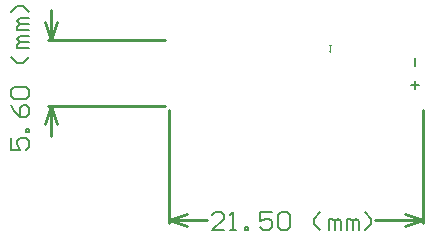
<source format=gbo>
%FSLAX42Y42*%
%MOMM*%
G71*
G01*
G75*
G04 Layer_Color=32896*
%ADD10C,0.11*%
%ADD11C,0.17*%
%ADD12C,0.14*%
%ADD13C,0.20*%
%ADD14R,1.00X0.82*%
%ADD15R,0.60X0.40*%
%ADD16R,1.70X1.00*%
%ADD17R,0.25X0.50*%
%ADD18R,0.50X0.25*%
%ADD19R,1.50X1.50*%
%ADD20R,0.40X0.40*%
%ADD21R,1.80X4.00*%
%ADD22R,0.70X0.28*%
%ADD23R,0.70X0.40*%
%ADD24C,0.25*%
%ADD25C,0.15*%
%ADD26C,0.35*%
%ADD27R,1.00X1.00*%
%ADD28C,0.25*%
%ADD29C,0.10*%
%ADD30C,0.15*%
%ADD31R,1.04X0.86*%
%ADD32R,0.64X0.44*%
%ADD33R,1.74X1.04*%
%ADD34R,0.29X0.54*%
%ADD35R,0.54X0.29*%
%ADD36R,1.54X1.54*%
%ADD37R,0.44X0.44*%
%ADD38R,1.84X4.04*%
%ADD39R,0.74X0.32*%
%ADD40R,0.74X0.44*%
%ADD41R,1.04X1.04*%
D24*
X4039Y8455D02*
X5032D01*
X4039Y7895D02*
X5032D01*
X4064Y7641D02*
Y7895D01*
Y8455D02*
Y8709D01*
X4013Y7743D02*
X4064Y7895D01*
X4115Y7743D01*
X4064Y8455D02*
X4115Y8607D01*
X4013D02*
X4064Y8455D01*
X7215Y6909D02*
Y7862D01*
X5065Y6909D02*
Y7862D01*
X6813Y6934D02*
X7215D01*
X5065D02*
X5386D01*
X7063Y6985D02*
X7215Y6934D01*
X7063Y6883D02*
X7215Y6934D01*
X5065D02*
X5217Y6883D01*
X5065Y6934D02*
X5217Y6985D01*
D25*
X3729Y7627D02*
Y7525D01*
X3805D01*
X3780Y7576D01*
Y7601D01*
X3805Y7627D01*
X3856D01*
X3881Y7601D01*
Y7550D01*
X3856Y7525D01*
X3881Y7677D02*
X3856D01*
Y7703D01*
X3881D01*
Y7677D01*
X3729Y7906D02*
X3754Y7855D01*
X3805Y7804D01*
X3856D01*
X3881Y7830D01*
Y7880D01*
X3856Y7906D01*
X3830D01*
X3805Y7880D01*
Y7804D01*
X3754Y7957D02*
X3729Y7982D01*
Y8033D01*
X3754Y8058D01*
X3856D01*
X3881Y8033D01*
Y7982D01*
X3856Y7957D01*
X3754D01*
X3881Y8312D02*
X3830Y8261D01*
X3780D01*
X3729Y8312D01*
X3881Y8388D02*
X3780D01*
Y8414D01*
X3805Y8439D01*
X3881D01*
X3805D01*
X3780Y8464D01*
X3805Y8490D01*
X3881D01*
Y8541D02*
X3780D01*
Y8566D01*
X3805Y8591D01*
X3881D01*
X3805D01*
X3780Y8617D01*
X3805Y8642D01*
X3881D01*
Y8693D02*
X3830Y8744D01*
X3780D01*
X3729Y8693D01*
X5528Y6843D02*
X5426D01*
X5528Y6944D01*
Y6970D01*
X5503Y6995D01*
X5452D01*
X5426Y6970D01*
X5579Y6843D02*
X5630D01*
X5604D01*
Y6995D01*
X5579Y6970D01*
X5706Y6843D02*
Y6868D01*
X5731D01*
Y6843D01*
X5706D01*
X5934Y6995D02*
X5833D01*
Y6919D01*
X5884Y6944D01*
X5909D01*
X5934Y6919D01*
Y6868D01*
X5909Y6843D01*
X5858D01*
X5833Y6868D01*
X5985Y6970D02*
X6010Y6995D01*
X6061D01*
X6087Y6970D01*
Y6868D01*
X6061Y6843D01*
X6010D01*
X5985Y6868D01*
Y6970D01*
X6341Y6843D02*
X6290Y6894D01*
Y6944D01*
X6341Y6995D01*
X6417Y6843D02*
Y6944D01*
X6442D01*
X6468Y6919D01*
Y6843D01*
Y6919D01*
X6493Y6944D01*
X6518Y6919D01*
Y6843D01*
X6569D02*
Y6944D01*
X6594D01*
X6620Y6919D01*
Y6843D01*
Y6919D01*
X6645Y6944D01*
X6671Y6919D01*
Y6843D01*
X6721D02*
X6772Y6894D01*
Y6944D01*
X6721Y6995D01*
D29*
X6420Y8415D02*
X6440D01*
X6430D01*
Y8355D01*
X6420Y8365D01*
D30*
X7145Y8105D02*
Y8038D01*
X7112Y8072D02*
X7178D01*
X7145Y8305D02*
Y8238D01*
M02*

</source>
